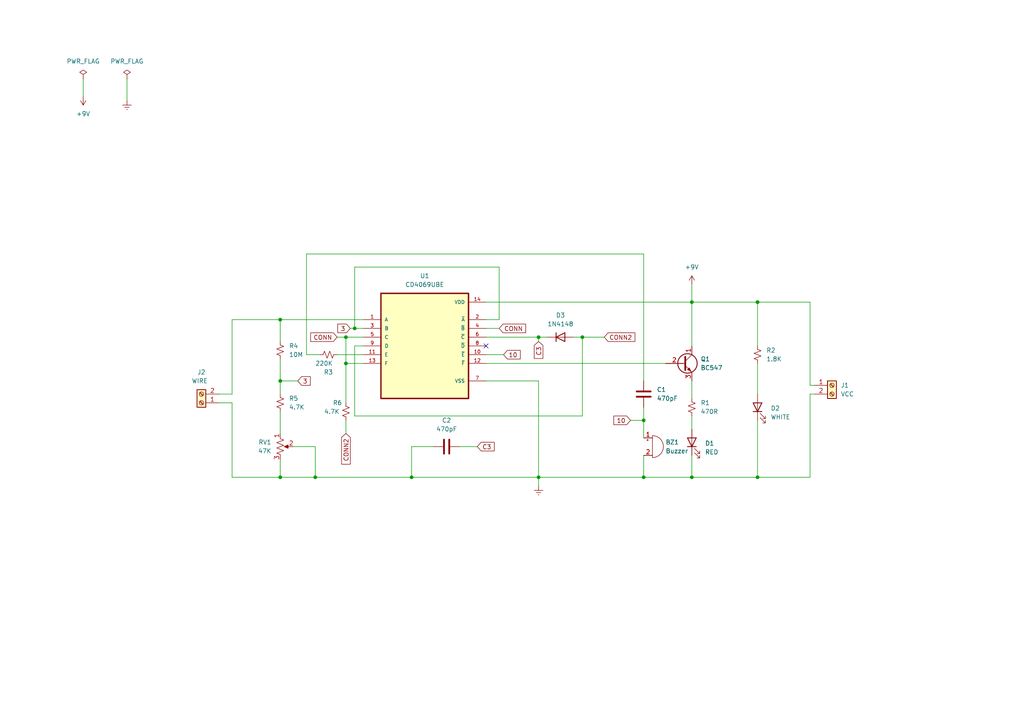
<source format=kicad_sch>
(kicad_sch (version 20230121) (generator eeschema)
  (paper "A4")
  (title_block (title "Broken Wire Detector Module ") (date "19.09.2023") (rev "1.0") (company "by Muxtar_Safarov"))
  (lib_symbols
    (symbol "CD4069UBE:CD4069UBE" (pin_names (offset 1.016))
      (property "Reference" "U" (at -12.7 16.24 0))
      (property "Value" "CD4069UBE" (at -12.7 -19.24 0))
      (symbol "CD4069UBE_0_0"
        (rectangle (start -12.7 -15.24) (end 12.7 15.24) (stroke (width 0.41)) (fill (type background)))
        (pin input line (at -17.78 7.62 0) (length 5.08) (name "A") (number "1"))
        (pin output line (at 17.78 -2.54 180) (length 5.08) (name "~{E}") (number "10"))
        (pin input line (at -17.78 -2.54 0) (length 5.08) (name "E") (number "11"))
        (pin output line (at 17.78 -5.08 180) (length 5.08) (name "~{F}") (number "12"))
        (pin input line (at -17.78 -5.08 0) (length 5.08) (name "F") (number "13"))
        (pin power_in line (at 17.78 12.7 180) (length 5.08) (name "VDD") (number "14"))
        (pin output line (at 17.78 7.62 180) (length 5.08) (name "~{A}") (number "2"))
        (pin input line (at -17.78 5.08 0) (length 5.08) (name "B") (number "3"))
        (pin output line (at 17.78 5.08 180) (length 5.08) (name "~{B}") (number "4"))
        (pin input line (at -17.78 2.54 0) (length 5.08) (name "C") (number "5"))
        (pin output line (at 17.78 2.54 180) (length 5.08) (name "~{C}") (number "6"))
        (pin power_in line (at 17.78 -10.16 180) (length 5.08) (name "VSS") (number "7"))
        (pin output line (at 17.78 0 180) (length 5.08) (name "~{D}") (number "8"))
        (pin input line (at -17.78 0 0) (length 5.08) (name "D") (number "9"))
      )
    )
    (symbol "Connector:Screw_Terminal_01x02" (pin_names (offset 1.016) hide)
      (property "Reference" "J" (at 0 2.54 0))
      (property "Value" "Screw_Terminal_01x02" (at 0 -5.08 0))
      (symbol "Screw_Terminal_01x02_1_1"
        (rectangle (start -1.27 1.27) (end 1.27 -3.81) (stroke (width 0.254)) (fill (type background)))
        (circle (center 0 -2.54) (radius 0.635) (stroke (width 0.1524)))
        (polyline (pts (xy -0.5334 -2.2098) (xy 0.3302 -3.048)) (stroke (width 0.1524)))
        (polyline (pts (xy -0.5334 0.3302) (xy 0.3302 -0.508)) (stroke (width 0.1524)))
        (polyline (pts (xy -0.3556 -2.032) (xy 0.508 -2.8702)) (stroke (width 0.1524)))
        (polyline (pts (xy -0.3556 0.508) (xy 0.508 -0.3302)) (stroke (width 0.1524)))
        (circle (center 0 0) (radius 0.635) (stroke (width 0.1524)))
        (pin passive line (at -5.08 0 0) (length 3.81) (name "Pin_1") (number "1"))
        (pin passive line (at -5.08 -2.54 0) (length 3.81) (name "Pin_2") (number "2"))
      )
    )
    (symbol "Device:Buzzer" (pin_names (offset 0.0254) hide)
      (property "Reference" "BZ" (at 3.81 1.27 0))
      (property "Value" "Buzzer" (at 3.81 -1.27 0))
      (symbol "Buzzer_0_1"
        (arc (start 0 -3.175) (mid 3.1612 0) (end 0 3.175))
        (polyline (pts (xy -1.651 1.905) (xy -1.143 1.905)))
        (polyline (pts (xy -1.397 2.159) (xy -1.397 1.651)))
        (polyline (pts (xy 0 3.175) (xy 0 -3.175)))
      )
      (symbol "Buzzer_1_1"
        (pin passive line (at -2.54 2.54 0) (length 2.54) (name "-") (number "1"))
        (pin passive line (at -2.54 -2.54 0) (length 2.54) (name "+") (number "2"))
      )
    )
    (symbol "Device:C" (pin_numbers hide) (pin_names (offset 0.254))
      (property "Reference" "C" (at 0.635 2.54 0))
      (property "Value" "C" (at 0.635 -2.54 0))
      (symbol "C_0_1"
        (polyline (pts (xy -2.032 -0.762) (xy 2.032 -0.762)) (stroke (width 0.508)))
        (polyline (pts (xy -2.032 0.762) (xy 2.032 0.762)) (stroke (width 0.508)))
      )
      (symbol "C_1_1"
        (pin passive line (at 0 3.81 270) (length 2.794) (name "~") (number "1"))
        (pin passive line (at 0 -3.81 90) (length 2.794) (name "~") (number "2"))
      )
    )
    (symbol "Device:LED" (pin_numbers hide) (pin_names (offset 1.016) hide)
      (property "Reference" "D" (at 0 2.54 0))
      (property "Value" "LED" (at 0 -2.54 0))
      (symbol "LED_0_1"
        (polyline (pts (xy -1.27 -1.27) (xy -1.27 1.27)) (stroke (width 0.254)))
        (polyline (pts (xy -1.27 0) (xy 1.27 0)))
        (polyline (pts (xy 1.27 -1.27) (xy 1.27 1.27) (xy -1.27 0) (xy 1.27 -1.27)) (stroke (width 0.254)))
        (polyline (pts (xy -3.048 -0.762) (xy -4.572 -2.286) (xy -3.81 -2.286) (xy -4.572 -2.286) (xy -4.572 -1.524)))
        (polyline (pts (xy -1.778 -0.762) (xy -3.302 -2.286) (xy -2.54 -2.286) (xy -3.302 -2.286) (xy -3.302 -1.524)))
      )
      (symbol "LED_1_1"
        (pin passive line (at -3.81 0 0) (length 2.54) (name "K") (number "1"))
        (pin passive line (at 3.81 0 180) (length 2.54) (name "A") (number "2"))
      )
    )
    (symbol "Device:R_Potentiometer_US" (pin_names (offset 1.016) hide)
      (property "Reference" "RV" (at -4.445 0 90))
      (property "Value" "R_Potentiometer_US" (at -2.54 0 90))
      (symbol "R_Potentiometer_US_0_1"
        (polyline (pts (xy 0 -2.286) (xy 0 -2.54)))
        (polyline (pts (xy 0 2.54) (xy 0 2.286)))
        (polyline (pts (xy 2.54 0) (xy 1.524 0)))
        (polyline (pts (xy 1.143 0) (xy 2.286 0.508) (xy 2.286 -0.508) (xy 1.143 0)) (fill (type outline)))
        (polyline (pts (xy 0 -0.762) (xy 1.016 -1.143) (xy 0 -1.524) (xy -1.016 -1.905) (xy 0 -2.286)))
        (polyline (pts (xy 0 0.762) (xy 1.016 0.381) (xy 0 0) (xy -1.016 -0.381) (xy 0 -0.762)))
        (polyline (pts (xy 0 2.286) (xy 1.016 1.905) (xy 0 1.524) (xy -1.016 1.143) (xy 0 0.762)))
      )
      (symbol "R_Potentiometer_US_1_1"
        (pin passive line (at 0 3.81 270) (length 1.27) (name "1") (number "1"))
        (pin passive line (at 3.81 0 180) (length 1.27) (name "2") (number "2"))
        (pin passive line (at 0 -3.81 90) (length 1.27) (name "3") (number "3"))
      )
    )
    (symbol "Device:R_Small_US" (pin_numbers hide) (pin_names (offset 0.254) hide)
      (property "Reference" "R" (at 0.762 0.508 0))
      (property "Value" "R_Small_US" (at 0.762 -1.016 0))
      (symbol "R_Small_US_1_1"
        (polyline (pts (xy 0 0) (xy 1.016 -0.381) (xy 0 -0.762) (xy -1.016 -1.143) (xy 0 -1.524)))
        (polyline (pts (xy 0 1.524) (xy 1.016 1.143) (xy 0 0.762) (xy -1.016 0.381) (xy 0 0)))
        (pin passive line (at 0 2.54 270) (length 1.016) (name "~") (number "1"))
        (pin passive line (at 0 -2.54 90) (length 1.016) (name "~") (number "2"))
      )
    )
    (symbol "Diode:1N4148" (pin_numbers hide) (pin_names hide)
      (property "Reference" "D" (at 0 2.54 0))
      (property "Value" "1N4148" (at 0 -2.54 0))
      (symbol "1N4148_0_1"
        (polyline (pts (xy -1.27 1.27) (xy -1.27 -1.27)) (stroke (width 0.254)))
        (polyline (pts (xy 1.27 0) (xy -1.27 0)))
        (polyline (pts (xy 1.27 1.27) (xy 1.27 -1.27) (xy -1.27 0) (xy 1.27 1.27)) (stroke (width 0.254)))
      )
      (symbol "1N4148_1_1"
        (pin passive line (at -3.81 0 0) (length 2.54) (name "K") (number "1"))
        (pin passive line (at 3.81 0 180) (length 2.54) (name "A") (number "2"))
      )
    )
    (symbol "Transistor_BJT:BC547" (pin_names (offset 0) hide)
      (property "Reference" "Q" (at 5.08 1.905 0))
      (property "Value" "BC547" (at 5.08 0 0))
      (symbol "BC547_0_1"
        (polyline (pts (xy 0 0) (xy 0.635 0)))
        (polyline (pts (xy 0.635 0.635) (xy 2.54 2.54)))
        (polyline (pts (xy 0.635 -0.635) (xy 2.54 -2.54) (xy 2.54 -2.54)))
        (polyline (pts (xy 0.635 1.905) (xy 0.635 -1.905) (xy 0.635 -1.905)) (stroke (width 0.508)))
        (polyline (pts (xy 1.27 -1.778) (xy 1.778 -1.27) (xy 2.286 -2.286) (xy 1.27 -1.778) (xy 1.27 -1.778)) (fill (type outline)))
        (circle (center 1.27 0) (radius 2.8194) (stroke (width 0.254)))
      )
      (symbol "BC547_1_1"
        (pin passive line (at 2.54 5.08 270) (length 2.54) (name "C") (number "1"))
        (pin input line (at -5.08 0 0) (length 5.08) (name "B") (number "2"))
        (pin passive line (at 2.54 -5.08 90) (length 2.54) (name "E") (number "3"))
      )
    )
    (symbol "power:+9V" (power) (pin_names (offset 0))
      (property "Value" "+9V" (at 0 3.556 0))
      (symbol "+9V_0_1"
        (polyline (pts (xy -0.762 1.27) (xy 0 2.54)))
        (polyline (pts (xy 0 0) (xy 0 2.54)))
        (polyline (pts (xy 0 2.54) (xy 0.762 1.27)))
      )
      (symbol "+9V_1_1"
        (pin power_in line (at 0 0 90) (length 0) hide (name "+9V") (number "1"))
      )
    )
    (symbol "power:Earth" (power) (pin_names (offset 0))
      (symbol "Earth_0_1"
        (polyline (pts (xy -0.635 -1.905) (xy 0.635 -1.905)))
        (polyline (pts (xy -0.127 -2.54) (xy 0.127 -2.54)))
        (polyline (pts (xy 0 -1.27) (xy 0 0)))
        (polyline (pts (xy 1.27 -1.27) (xy -1.27 -1.27)))
      )
      (symbol "Earth_1_1"
        (pin power_in line (at 0 0 270) (length 0) hide (name "Earth") (number "1"))
      )
    )
    (symbol "power:PWR_FLAG" (power) (pin_numbers hide) (pin_names (offset 0) hide)
      (property "Value" "PWR_FLAG" (at 0 3.81 0))
      (symbol "PWR_FLAG_0_0"
        (pin power_out line (at 0 0 90) (length 0) (name "pwr") (number "1"))
      )
      (symbol "PWR_FLAG_0_1"
        (polyline (pts (xy 0 0) (xy 0 1.27) (xy -1.016 1.905) (xy 0 2.54) (xy 1.016 1.905) (xy 0 1.27)))
      )
    )
  )
  (junction (at 100.33 97.79))
  (junction (at 156.21 138.43))
  (junction (at 102.87 95.25))
  (junction (at 186.69 138.43))
  (junction (at 156.21 97.79))
  (junction (at 91.44 138.43))
  (junction (at 168.91 97.79))
  (junction (at 81.28 138.43))
  (junction (at 219.71 138.43))
  (junction (at 81.28 92.71))
  (junction (at 200.66 87.63))
  (junction (at 100.33 105.41))
  (junction (at 219.71 87.63))
  (junction (at 81.28 110.49))
  (junction (at 186.69 121.92))
  (junction (at 119.38 138.43))
  (junction (at 200.66 138.43))
  (no_connect (at 140.97 100.33))
  (wire (pts (xy 81.28 92.71) (xy 81.28 99.06)))
  (wire (pts (xy 156.21 97.79) (xy 158.75 97.79)))
  (wire (pts (xy 100.33 105.41) (xy 100.33 97.79)))
  (wire (pts (xy 200.66 87.63) (xy 219.71 87.63)))
  (wire (pts (xy 234.95 114.3) (xy 234.95 138.43)))
  (wire (pts (xy 102.87 100.33) (xy 105.41 100.33)))
  (wire (pts (xy 97.79 97.79) (xy 100.33 97.79)))
  (wire (pts (xy 67.31 92.71) (xy 81.28 92.71)))
  (wire (pts (xy 156.21 138.43) (xy 186.69 138.43)))
  (wire (pts (xy 85.09 129.54) (xy 91.44 129.54)))
  (wire (pts (xy 105.41 105.41) (xy 100.33 105.41)))
  (wire (pts (xy 200.66 132.08) (xy 200.66 138.43)))
  (wire (pts (xy 81.28 110.49) (xy 86.36 110.49)))
  (wire (pts (xy 219.71 121.92) (xy 219.71 138.43)))
  (wire (pts (xy 24.13 22.86) (xy 24.13 27.94)))
  (wire (pts (xy 133.35 129.54) (xy 138.43 129.54)))
  (wire (pts (xy 144.78 92.71) (xy 144.78 77.47)))
  (wire (pts (xy 67.31 138.43) (xy 81.28 138.43)))
  (wire (pts (xy 140.97 110.49) (xy 156.21 110.49)))
  (wire (pts (xy 102.87 120.65) (xy 102.87 100.33)))
  (wire (pts (xy 186.69 132.08) (xy 186.69 138.43)))
  (wire (pts (xy 81.28 119.38) (xy 81.28 125.73)))
  (wire (pts (xy 156.21 97.79) (xy 156.21 99.06)))
  (wire (pts (xy 81.28 110.49) (xy 81.28 114.3)))
  (wire (pts (xy 100.33 97.79) (xy 105.41 97.79)))
  (wire (pts (xy 140.97 97.79) (xy 156.21 97.79)))
  (wire (pts (xy 88.9 102.87) (xy 88.9 73.66)))
  (wire (pts (xy 168.91 120.65) (xy 102.87 120.65)))
  (wire (pts (xy 140.97 95.25) (xy 144.78 95.25)))
  (wire (pts (xy 140.97 102.87) (xy 146.05 102.87)))
  (wire (pts (xy 81.28 92.71) (xy 105.41 92.71)))
  (wire (pts (xy 200.66 110.49) (xy 200.66 115.57)))
  (wire (pts (xy 200.66 87.63) (xy 200.66 82.55)))
  (wire (pts (xy 219.71 138.43) (xy 200.66 138.43)))
  (wire (pts (xy 234.95 138.43) (xy 219.71 138.43)))
  (wire (pts (xy 81.28 138.43) (xy 91.44 138.43)))
  (wire (pts (xy 219.71 87.63) (xy 234.95 87.63)))
  (wire (pts (xy 168.91 97.79) (xy 168.91 120.65)))
  (wire (pts (xy 102.87 77.47) (xy 102.87 95.25)))
  (wire (pts (xy 91.44 138.43) (xy 119.38 138.43)))
  (wire (pts (xy 186.69 121.92) (xy 186.69 127)))
  (wire (pts (xy 186.69 118.11) (xy 186.69 121.92)))
  (wire (pts (xy 88.9 73.66) (xy 186.69 73.66)))
  (wire (pts (xy 234.95 111.76) (xy 234.95 87.63)))
  (wire (pts (xy 219.71 100.33) (xy 219.71 87.63)))
  (wire (pts (xy 102.87 95.25) (xy 105.41 95.25)))
  (wire (pts (xy 36.83 22.86) (xy 36.83 29.21)))
  (wire (pts (xy 140.97 105.41) (xy 193.04 105.41)))
  (wire (pts (xy 236.22 111.76) (xy 234.95 111.76)))
  (wire (pts (xy 182.88 121.92) (xy 186.69 121.92)))
  (wire (pts (xy 100.33 116.84) (xy 100.33 105.41)))
  (wire (pts (xy 63.5 116.84) (xy 67.31 116.84)))
  (wire (pts (xy 166.37 97.79) (xy 168.91 97.79)))
  (wire (pts (xy 105.41 102.87) (xy 97.79 102.87)))
  (wire (pts (xy 200.66 120.65) (xy 200.66 124.46)))
  (wire (pts (xy 81.28 104.14) (xy 81.28 110.49)))
  (wire (pts (xy 140.97 87.63) (xy 200.66 87.63)))
  (wire (pts (xy 63.5 114.3) (xy 67.31 114.3)))
  (wire (pts (xy 67.31 116.84) (xy 67.31 138.43)))
  (wire (pts (xy 91.44 129.54) (xy 91.44 138.43)))
  (wire (pts (xy 186.69 138.43) (xy 200.66 138.43)))
  (wire (pts (xy 119.38 138.43) (xy 156.21 138.43)))
  (wire (pts (xy 140.97 92.71) (xy 144.78 92.71)))
  (wire (pts (xy 156.21 138.43) (xy 156.21 140.97)))
  (wire (pts (xy 92.71 102.87) (xy 88.9 102.87)))
  (wire (pts (xy 119.38 129.54) (xy 119.38 138.43)))
  (wire (pts (xy 156.21 110.49) (xy 156.21 138.43)))
  (wire (pts (xy 236.22 114.3) (xy 234.95 114.3)))
  (wire (pts (xy 219.71 105.41) (xy 219.71 114.3)))
  (wire (pts (xy 200.66 87.63) (xy 200.66 100.33)))
  (wire (pts (xy 81.28 133.35) (xy 81.28 138.43)))
  (wire (pts (xy 168.91 97.79) (xy 175.26 97.79)))
  (wire (pts (xy 100.33 121.92) (xy 100.33 125.73)))
  (wire (pts (xy 186.69 73.66) (xy 186.69 110.49)))
  (wire (pts (xy 67.31 114.3) (xy 67.31 92.71)))
  (wire (pts (xy 125.73 129.54) (xy 119.38 129.54)))
  (wire (pts (xy 144.78 77.47) (xy 102.87 77.47)))
  (wire (pts (xy 101.6 95.25) (xy 102.87 95.25)))
  (global_label "10" (shape input) (at 182.88 121.92 180) (property "Intersheetrefs" "${INTERSHEET_REFS}" (effects hide)))
  (global_label "10" (shape input) (at 146.05 102.87 0) (property "Intersheetrefs" "${INTERSHEET_REFS}" (effects hide)))
  (global_label "CONN2" (shape input) (at 175.26 97.79 0) (property "Intersheetrefs" "${INTERSHEET_REFS}" (effects hide)))
  (global_label "C3" (shape input) (at 138.43 129.54 0) (property "Intersheetrefs" "${INTERSHEET_REFS}" (effects hide)))
  (global_label "CONN" (shape input) (at 144.78 95.25 0) (property "Intersheetrefs" "${INTERSHEET_REFS}" (effects hide)))
  (global_label "CONN2" (shape input) (at 100.33 125.73 270) (property "Intersheetrefs" "${INTERSHEET_REFS}" (effects hide)))
  (global_label "3" (shape input) (at 86.36 110.49 0) (property "Intersheetrefs" "${INTERSHEET_REFS}" (effects hide)))
  (global_label "3" (shape input) (at 101.6 95.25 180) (property "Intersheetrefs" "${INTERSHEET_REFS}" (effects hide)))
  (global_label "CONN" (shape input) (at 97.79 97.79 180) (property "Intersheetrefs" "${INTERSHEET_REFS}" (effects hide)))
  (global_label "C3" (shape input) (at 156.21 99.06 270) (property "Intersheetrefs" "${INTERSHEET_REFS}" (effects hide)))
  (symbol (lib_id "power:PWR_FLAG") (at 24.13 22.86 0) (unit 1)
    (property "Reference" "#FLG02" (effects hide))
    (property "Value" "PWR_FLAG" (at 24.13 17.78 0))
  )
  (symbol (lib_id "Device:R_Small_US") (at 81.28 101.6 0) (unit 1)
    (property "Reference" "R4" (at 83.82 100.33 0) (effects (justify left)))
    (property "Value" "10M" (at 83.82 102.87 0) (effects (justify left)))
    (property "Footprint" "Resistor_THT:R_Axial_DIN0309_L9.0mm_D3.2mm_P12.70mm_Horizontal" (effects hide))
  )
  (symbol (lib_id "Device:LED") (at 219.71 118.11 90) (unit 1)
    (property "Reference" "D2" (at 223.52 118.4275 90) (effects (justify right)))
    (property "Value" "WHITE" (at 223.52 120.9675 90) (effects (justify right)))
    (property "Footprint" "LED_THT:LED_D5.0mm_Clear" (effects hide))
  )
  (symbol (lib_id "power:+9V") (at 200.66 82.55 0) (unit 1)
    (property "Reference" "#PWR01" (effects hide))
    (property "Value" "+9V" (at 200.66 77.47 0))
  )
  (symbol (lib_id "Device:R_Small_US") (at 100.33 119.38 0) (unit 1)
    (property "Reference" "R6" (at 96.52 116.84 0) (effects (justify left)))
    (property "Value" "4.7K" (at 93.98 119.38 0) (effects (justify left)))
    (property "Footprint" "Resistor_THT:R_Axial_DIN0309_L9.0mm_D3.2mm_P12.70mm_Horizontal" (effects hide))
  )
  (symbol (lib_id "Device:R_Small_US") (at 95.25 102.87 270) (unit 1)
    (property "Reference" "R3" (at 95.25 107.95 90))
    (property "Value" "220K" (at 93.98 105.41 90))
    (property "Footprint" "Resistor_THT:R_Axial_DIN0309_L9.0mm_D3.2mm_P12.70mm_Horizontal" (effects hide))
  )
  (symbol (lib_id "Device:LED") (at 200.66 128.27 90) (unit 1)
    (property "Reference" "D1" (at 204.47 128.5875 90) (effects (justify right)))
    (property "Value" "RED" (at 204.47 131.1275 90) (effects (justify right)))
    (property "Footprint" "LED_THT:LED_D5.0mm" (effects hide))
  )
  (symbol (lib_id "power:Earth") (at 156.21 140.97 0) (unit 1)
    (property "Reference" "#PWR02" (effects hide))
    (property "Value" "Earth" (effects hide))
  )
  (symbol (lib_id "power:Earth") (at 36.83 29.21 0) (unit 1)
    (property "Reference" "#PWR04" (effects hide))
    (property "Value" "Earth" (effects hide))
  )
  (symbol (lib_id "Device:R_Small_US") (at 81.28 116.84 0) (unit 1)
    (property "Reference" "R5" (at 83.82 115.57 0) (effects (justify left)))
    (property "Value" "4.7K" (at 83.82 118.11 0) (effects (justify left)))
    (property "Footprint" "Resistor_THT:R_Axial_DIN0309_L9.0mm_D3.2mm_P12.70mm_Horizontal" (effects hide))
  )
  (symbol (lib_id "Device:C") (at 186.69 114.3 180) (unit 1)
    (property "Reference" "C1" (at 190.5 113.03 0) (effects (justify right)))
    (property "Value" "470pF" (at 190.5 115.57 0) (effects (justify right)))
    (property "Footprint" "Capacitor_THT:C_Disc_D8.0mm_W5.0mm_P7.50mm" (effects hide))
  )
  (symbol (lib_id "Device:R_Small_US") (at 200.66 118.11 0) (unit 1)
    (property "Reference" "R1" (at 203.2 116.84 0) (effects (justify left)))
    (property "Value" "470R" (at 203.2 119.38 0) (effects (justify left)))
    (property "Footprint" "Resistor_THT:R_Axial_DIN0309_L9.0mm_D3.2mm_P12.70mm_Horizontal" (effects hide))
  )
  (symbol (lib_id "Device:Buzzer") (at 189.23 129.54 0) (unit 1)
    (property "Reference" "BZ1" (at 193.04 128.27 0) (effects (justify left)))
    (property "Value" "Buzzer" (at 193.04 130.81 0) (effects (justify left)))
    (property "Footprint" "Buzzer_Beeper:Buzzer_12x9.5RM7.6" (effects hide))
  )
  (symbol (lib_id "CD4069UBE:CD4069UBE") (at 123.19 100.33 0) (unit 1)
    (property "Reference" "U1" (at 123.19 80.01 0))
    (property "Value" "CD4069UBE" (at 123.19 82.55 0))
    (property "Footprint" "Package_DIP:DIP-14_W7.62mm" (effects hide))
    (property "MF" "Texas Instruments" (effects hide))
    (property "Description" "\n6-ch, 3-V to 18-V inverters\n" (effects hide))
    (property "Package" "PDIP-14 Texas Instruments" (effects hide))
    (property "Price" "None" (effects hide))
    (property "SnapEDA_Link" "https://www.snapeda.com/parts/CD4069UBE/Texas+Instruments/view-part/?ref=snap" (effects hide))
    (property "MP" "CD4069UBE" (effects hide))
    (property "Purchase-URL" "https://www.snapeda.com/api/url_track_click_mouser/?unipart_id=562910&manufacturer=Texas Instruments&part_name=CD4069UBE&search_term=None" (effects hide))
    (property "Availability" "In Stock" (effects hide))
    (property "Check_prices" "https://www.snapeda.com/parts/CD4069UBE/Texas+Instruments/view-part/?ref=eda" (effects hide))
  )
  (symbol (lib_id "power:PWR_FLAG") (at 36.83 22.86 0) (unit 1)
    (property "Reference" "#FLG03" (effects hide))
    (property "Value" "PWR_FLAG" (at 36.83 17.78 0))
  )
  (symbol (lib_id "Device:R_Potentiometer_US") (at 81.28 129.54 0) (unit 1)
    (property "Reference" "RV1" (at 78.74 128.27 0) (effects (justify right)))
    (property "Value" "47K" (at 78.74 130.81 0) (effects (justify right)))
    (property "Footprint" "Potentiometer_THT:Potentiometer_Vishay_148-149_Single_Horizontal" (effects hide))
  )
  (symbol (lib_id "Connector:Screw_Terminal_01x02") (at 241.3 111.76 0) (unit 1)
    (property "Reference" "J1" (at 243.84 111.76 0) (effects (justify left)))
    (property "Value" "VCC" (at 243.84 114.3 0) (effects (justify left)))
    (property "Footprint" "TerminalBlock:TerminalBlock_bornier-2_P5.08mm" (effects hide))
  )
  (symbol (lib_id "Device:R_Small_US") (at 219.71 102.87 0) (unit 1)
    (property "Reference" "R2" (at 222.25 101.6 0) (effects (justify left)))
    (property "Value" "1.8K" (at 222.25 104.14 0) (effects (justify left)))
    (property "Footprint" "Resistor_THT:R_Axial_DIN0309_L9.0mm_D3.2mm_P12.70mm_Horizontal" (effects hide))
  )
  (symbol (lib_id "Device:C") (at 129.54 129.54 270) (unit 1)
    (property "Reference" "C2" (at 129.54 121.92 90))
    (property "Value" "470pF" (at 129.54 124.46 90))
    (property "Footprint" "Capacitor_THT:C_Disc_D8.0mm_W5.0mm_P7.50mm" (effects hide))
  )
  (symbol (lib_id "power:+9V") (at 24.13 27.94 180) (unit 1)
    (property "Reference" "#PWR03" (effects hide))
    (property "Value" "+9V" (at 24.13 33.02 0))
  )
  (symbol (lib_id "Diode:1N4148") (at 162.56 97.79 0) (unit 1)
    (property "Reference" "D3" (at 162.56 91.44 0))
    (property "Value" "1N4148" (at 162.56 93.98 0))
    (property "Footprint" "Diode_THT:D_DO-35_SOD27_P7.62mm_Horizontal" (effects hide))
    (property "Datasheet" "https://assets.nexperia.com/documents/data-sheet/1N4148_1N4448.pdf" (effects hide))
    (property "Sim.Device" "D" (effects hide))
    (property "Sim.Pins" "1=K 2=A" (effects hide))
  )
  (symbol (lib_id "Transistor_BJT:BC547") (at 198.12 105.41 0) (unit 1)
    (property "Reference" "Q1" (at 203.2 104.14 0) (effects (justify left)))
    (property "Value" "BC547" (at 203.2 106.68 0) (effects (justify left)))
    (property "Footprint" "Package_TO_SOT_THT:TO-92_Inline" (effects hide))
    (property "Datasheet" "https://www.onsemi.com/pub/Collateral/BC550-D.pdf" (effects hide))
  )
  (symbol (lib_id "Connector:Screw_Terminal_01x02") (at 58.42 116.84 180) (unit 1)
    (property "Reference" "J2" (at 58.42 107.95 0))
    (property "Value" "WIRE " (at 58.42 110.49 0))
    (property "Footprint" "TerminalBlock:TerminalBlock_bornier-2_P5.08mm" (effects hide))
  )
)
</source>
